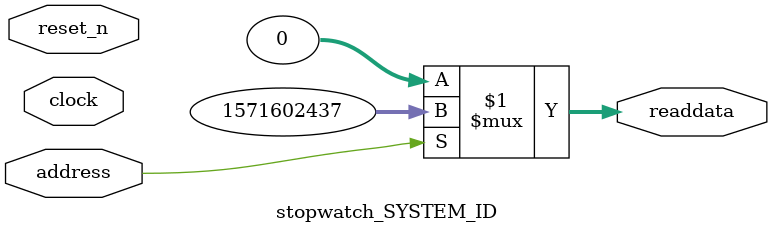
<source format=v>

`timescale 1ns / 1ps
// synthesis translate_on

// turn off superfluous verilog processor warnings 
// altera message_level Level1 
// altera message_off 10034 10035 10036 10037 10230 10240 10030 

module stopwatch_SYSTEM_ID (
               // inputs:
                address,
                clock,
                reset_n,

               // outputs:
                readdata
             )
;

  output  [ 31: 0] readdata;
  input            address;
  input            clock;
  input            reset_n;

  wire    [ 31: 0] readdata;
  //control_slave, which is an e_avalon_slave
  assign readdata = address ? 1571602437 : 0;

endmodule




</source>
